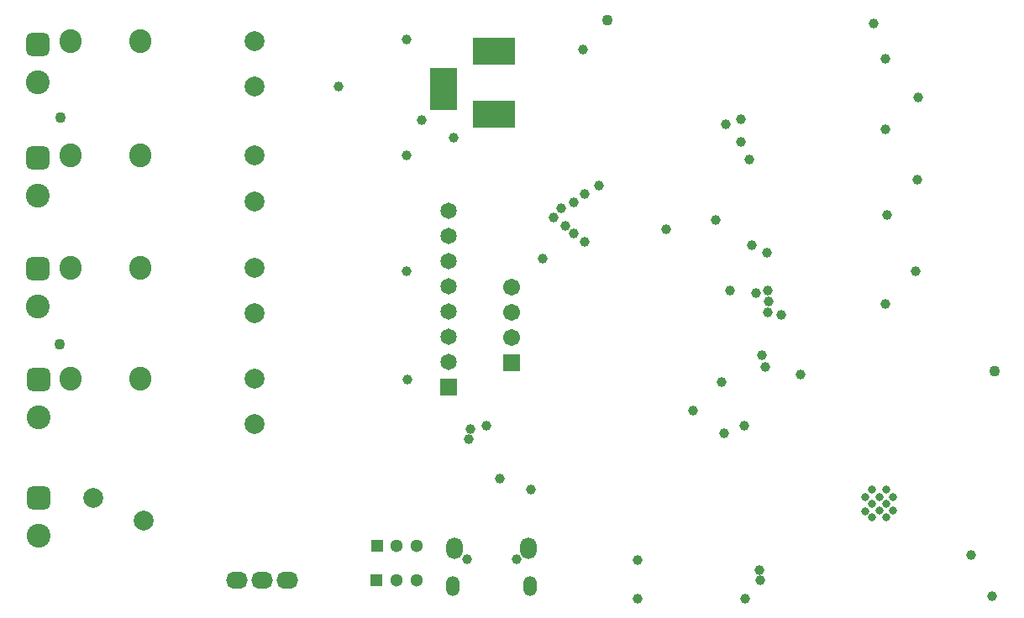
<source format=gbs>
G04*
G04 #@! TF.GenerationSoftware,Altium Limited,Altium Designer,23.6.0 (18)*
G04*
G04 Layer_Color=16711935*
%FSTAX25Y25*%
%MOIN*%
G70*
G04*
G04 #@! TF.SameCoordinates,CC084146-259E-454A-B071-9D7E5FCC62AE*
G04*
G04*
G04 #@! TF.FilePolarity,Negative*
G04*
G01*
G75*
%ADD47C,0.06706*%
%ADD73C,0.07887*%
%ADD74C,0.04331*%
%ADD75C,0.03162*%
%ADD76C,0.06500*%
%ADD77R,0.06500X0.06500*%
%ADD78C,0.05118*%
%ADD79R,0.05118X0.05118*%
%ADD80C,0.03950*%
%ADD81O,0.05328X0.07887*%
%ADD82O,0.06509X0.08674*%
%ADD83R,0.10800X0.16800*%
%ADD84R,0.16800X0.10800*%
%ADD85O,0.08674X0.09461*%
%ADD86C,0.09461*%
G04:AMPARAMS|DCode=87|XSize=94.61mil|YSize=94.61mil|CornerRadius=25.65mil|HoleSize=0mil|Usage=FLASHONLY|Rotation=270.000|XOffset=0mil|YOffset=0mil|HoleType=Round|Shape=RoundedRectangle|*
%AMROUNDEDRECTD87*
21,1,0.09461,0.04331,0,0,270.0*
21,1,0.04331,0.09461,0,0,270.0*
1,1,0.05131,-0.02165,-0.02165*
1,1,0.05131,-0.02165,0.02165*
1,1,0.05131,0.02165,0.02165*
1,1,0.05131,0.02165,-0.02165*
%
%ADD87ROUNDEDRECTD87*%
%ADD88R,0.06706X0.06706*%
%ADD89O,0.08674X0.06706*%
D47*
X01979Y01065D02*
D03*
Y01165D02*
D03*
Y01265D02*
D03*
D73*
X0032Y00426D02*
D03*
X0052Y00336D02*
D03*
X0095917Y0224139D02*
D03*
Y0206029D02*
D03*
Y0178639D02*
D03*
Y0160529D02*
D03*
Y0134139D02*
D03*
Y0116029D02*
D03*
Y0090139D02*
D03*
Y0072029D02*
D03*
D74*
X00188Y01038D02*
D03*
X00189Y01938D02*
D03*
X03896Y00932D02*
D03*
X0236Y02325D02*
D03*
D75*
X03494Y0043112D02*
D03*
X03466Y0040412D02*
D03*
X03494Y00376D02*
D03*
X03411Y00349D02*
D03*
X03466D02*
D03*
X0344Y00376D02*
D03*
X03384Y00375D02*
D03*
Y0043012D02*
D03*
X03411Y0040412D02*
D03*
X0344Y0043112D02*
D03*
X03466Y0045924D02*
D03*
X03411D02*
D03*
D76*
X01731Y01568D02*
D03*
Y01468D02*
D03*
Y01368D02*
D03*
Y01268D02*
D03*
Y01168D02*
D03*
Y01068D02*
D03*
Y00968D02*
D03*
D77*
Y00868D02*
D03*
D78*
X01602Y001D02*
D03*
X0152326D02*
D03*
X01603Y00236D02*
D03*
X0152426D02*
D03*
D79*
X0144452Y001D02*
D03*
X0144552Y00236D02*
D03*
D80*
X01999Y00185D02*
D03*
X0180215D02*
D03*
X02889Y0184D02*
D03*
X03418Y0231D02*
D03*
X01879Y00715D02*
D03*
X02891Y01929D02*
D03*
X03888Y00038D02*
D03*
X03584Y01328D02*
D03*
X03591Y01689D02*
D03*
X03593Y02017D02*
D03*
X02847Y01251D02*
D03*
X0296505Y0009995D02*
D03*
X02226Y01602D02*
D03*
X02813Y00887D02*
D03*
X02701Y00775D02*
D03*
X01816Y00701D02*
D03*
X01809Y0066D02*
D03*
X01932Y00505D02*
D03*
X0279Y01529D02*
D03*
X02924Y0177D02*
D03*
X0347Y01549D02*
D03*
X0290186Y0071514D02*
D03*
X02271Y0163225D02*
D03*
X0174926Y0185761D02*
D03*
X02058Y00462D02*
D03*
X02326Y01668D02*
D03*
X01565Y01788D02*
D03*
X01566Y00898D02*
D03*
X01563Y01327D02*
D03*
X01625Y01927D02*
D03*
X02829Y01911D02*
D03*
X0248Y0002875D02*
D03*
X02907D02*
D03*
X0346488Y0217124D02*
D03*
Y0119624D02*
D03*
X02992Y01402D02*
D03*
X02935Y01432D02*
D03*
X02987Y00947D02*
D03*
X02824Y00685D02*
D03*
X02104Y01376D02*
D03*
X02595Y01494D02*
D03*
X02269Y01443D02*
D03*
X02227Y0147625D02*
D03*
X02192Y01507D02*
D03*
X0247913Y0018213D02*
D03*
X03804Y00202D02*
D03*
X02965Y00142D02*
D03*
X02146Y01541D02*
D03*
X02176Y01576D02*
D03*
X03128Y00916D02*
D03*
X02973Y00993D02*
D03*
X02997Y01165D02*
D03*
X0300017Y0120883D02*
D03*
X03049Y01155D02*
D03*
X0294867Y0124133D02*
D03*
X02997Y01249D02*
D03*
X0346488Y0189124D02*
D03*
X01295Y02061D02*
D03*
X01565Y02246D02*
D03*
X02265Y02206D02*
D03*
D81*
X0205313Y0007673D02*
D03*
X0174802D02*
D03*
D82*
X0204723Y0022634D02*
D03*
X0175392D02*
D03*
D83*
X0171Y02051D02*
D03*
D84*
X0191Y02201D02*
D03*
Y01951D02*
D03*
D85*
X0050642Y0224139D02*
D03*
X0023083D02*
D03*
X0050642Y0178639D02*
D03*
X0023083D02*
D03*
X0050642Y0134139D02*
D03*
X0023083D02*
D03*
X0050642Y0090139D02*
D03*
X0023083D02*
D03*
D86*
X0010386Y00276D02*
D03*
X0009886Y02076D02*
D03*
Y01626D02*
D03*
Y01186D02*
D03*
X00105Y00747D02*
D03*
D87*
X0010386Y00426D02*
D03*
X0009886Y02226D02*
D03*
Y01776D02*
D03*
Y01336D02*
D03*
X00105Y00897D02*
D03*
D88*
X01979Y00965D02*
D03*
D89*
X0089084Y001D02*
D03*
X0099084D02*
D03*
X0109084D02*
D03*
M02*

</source>
